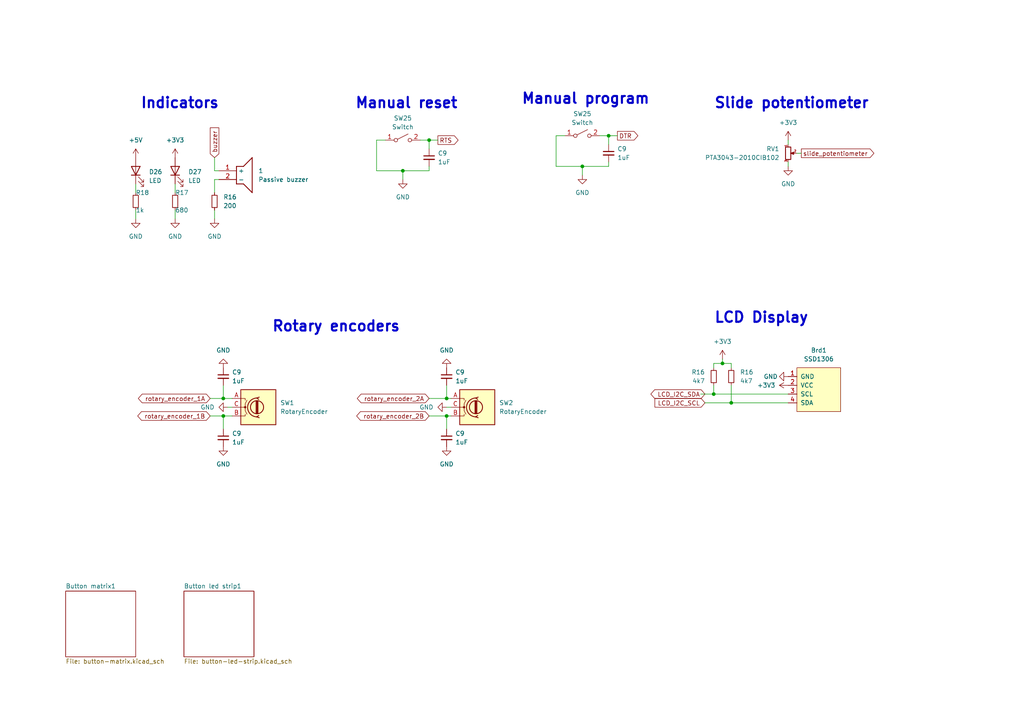
<source format=kicad_sch>
(kicad_sch (version 20230121) (generator eeschema)

  (uuid 213cfd6a-eda5-4618-97f8-68909154498e)

  (paper "A4")

  (title_block
    (title "Keypad board")
    (date "2023-11-15")
    (rev "1.1")
  )

  (lib_symbols
    (symbol "Device:R_Potentiometer_Small" (pin_names (offset 1.016) hide) (in_bom yes) (on_board yes)
      (property "Reference" "RV" (at -4.445 0 90)
        (effects (font (size 1.27 1.27)))
      )
      (property "Value" "R_Potentiometer_Small" (at -2.54 0 90)
        (effects (font (size 1.27 1.27)))
      )
      (property "Footprint" "" (at 0 0 0)
        (effects (font (size 1.27 1.27)) hide)
      )
      (property "Datasheet" "~" (at 0 0 0)
        (effects (font (size 1.27 1.27)) hide)
      )
      (property "ki_keywords" "resistor variable" (at 0 0 0)
        (effects (font (size 1.27 1.27)) hide)
      )
      (property "ki_description" "Potentiometer" (at 0 0 0)
        (effects (font (size 1.27 1.27)) hide)
      )
      (property "ki_fp_filters" "Potentiometer*" (at 0 0 0)
        (effects (font (size 1.27 1.27)) hide)
      )
      (symbol "R_Potentiometer_Small_0_1"
        (polyline
          (pts
            (xy 0.889 0)
            (xy 0.635 0)
            (xy 1.651 0.381)
            (xy 1.651 -0.381)
            (xy 0.635 0)
            (xy 0.889 0)
          )
          (stroke (width 0) (type default))
          (fill (type outline))
        )
        (rectangle (start 0.762 1.8034) (end -0.762 -1.8034)
          (stroke (width 0.254) (type default))
          (fill (type none))
        )
      )
      (symbol "R_Potentiometer_Small_1_1"
        (pin passive line (at 0 2.54 270) (length 0.635)
          (name "1" (effects (font (size 0.635 0.635))))
          (number "1" (effects (font (size 0.635 0.635))))
        )
        (pin passive line (at 2.54 0 180) (length 0.9906)
          (name "2" (effects (font (size 0.635 0.635))))
          (number "2" (effects (font (size 0.635 0.635))))
        )
        (pin passive line (at 0 -2.54 90) (length 0.635)
          (name "3" (effects (font (size 0.635 0.635))))
          (number "3" (effects (font (size 0.635 0.635))))
        )
      )
    )
    (symbol "Device:RotaryEncoder" (pin_names (offset 0.254) hide) (in_bom yes) (on_board yes)
      (property "Reference" "SW" (at 0 6.604 0)
        (effects (font (size 1.27 1.27)))
      )
      (property "Value" "RotaryEncoder" (at 0 -6.604 0)
        (effects (font (size 1.27 1.27)))
      )
      (property "Footprint" "" (at -3.81 4.064 0)
        (effects (font (size 1.27 1.27)) hide)
      )
      (property "Datasheet" "~" (at 0 6.604 0)
        (effects (font (size 1.27 1.27)) hide)
      )
      (property "ki_keywords" "rotary switch encoder" (at 0 0 0)
        (effects (font (size 1.27 1.27)) hide)
      )
      (property "ki_description" "Rotary encoder, dual channel, incremental quadrate outputs" (at 0 0 0)
        (effects (font (size 1.27 1.27)) hide)
      )
      (property "ki_fp_filters" "RotaryEncoder*" (at 0 0 0)
        (effects (font (size 1.27 1.27)) hide)
      )
      (symbol "RotaryEncoder_0_1"
        (rectangle (start -5.08 5.08) (end 5.08 -5.08)
          (stroke (width 0.254) (type default))
          (fill (type background))
        )
        (circle (center -3.81 0) (radius 0.254)
          (stroke (width 0) (type default))
          (fill (type outline))
        )
        (circle (center -0.381 0) (radius 1.905)
          (stroke (width 0.254) (type default))
          (fill (type none))
        )
        (arc (start -0.381 2.667) (mid -3.0988 -0.0635) (end -0.381 -2.794)
          (stroke (width 0.254) (type default))
          (fill (type none))
        )
        (polyline
          (pts
            (xy -0.635 -1.778)
            (xy -0.635 1.778)
          )
          (stroke (width 0.254) (type default))
          (fill (type none))
        )
        (polyline
          (pts
            (xy -0.381 -1.778)
            (xy -0.381 1.778)
          )
          (stroke (width 0.254) (type default))
          (fill (type none))
        )
        (polyline
          (pts
            (xy -0.127 1.778)
            (xy -0.127 -1.778)
          )
          (stroke (width 0.254) (type default))
          (fill (type none))
        )
        (polyline
          (pts
            (xy -5.08 -2.54)
            (xy -3.81 -2.54)
            (xy -3.81 -2.032)
          )
          (stroke (width 0) (type default))
          (fill (type none))
        )
        (polyline
          (pts
            (xy -5.08 2.54)
            (xy -3.81 2.54)
            (xy -3.81 2.032)
          )
          (stroke (width 0) (type default))
          (fill (type none))
        )
        (polyline
          (pts
            (xy 0.254 -3.048)
            (xy -0.508 -2.794)
            (xy 0.127 -2.413)
          )
          (stroke (width 0.254) (type default))
          (fill (type none))
        )
        (polyline
          (pts
            (xy 0.254 2.921)
            (xy -0.508 2.667)
            (xy 0.127 2.286)
          )
          (stroke (width 0.254) (type default))
          (fill (type none))
        )
        (polyline
          (pts
            (xy -5.08 0)
            (xy -3.81 0)
            (xy -3.81 -1.016)
            (xy -3.302 -2.032)
          )
          (stroke (width 0) (type default))
          (fill (type none))
        )
        (polyline
          (pts
            (xy -4.318 0)
            (xy -3.81 0)
            (xy -3.81 1.016)
            (xy -3.302 2.032)
          )
          (stroke (width 0) (type default))
          (fill (type none))
        )
      )
      (symbol "RotaryEncoder_1_1"
        (pin passive line (at -7.62 2.54 0) (length 2.54)
          (name "A" (effects (font (size 1.27 1.27))))
          (number "A" (effects (font (size 1.27 1.27))))
        )
        (pin passive line (at -7.62 -2.54 0) (length 2.54)
          (name "B" (effects (font (size 1.27 1.27))))
          (number "B" (effects (font (size 1.27 1.27))))
        )
        (pin passive line (at -7.62 0 0) (length 2.54)
          (name "C" (effects (font (size 1.27 1.27))))
          (number "C" (effects (font (size 1.27 1.27))))
        )
      )
    )
    (symbol "PUTRocketLab_semiconductors:LED" (pin_numbers hide) (pin_names (offset 1.016) hide) (in_bom yes) (on_board yes)
      (property "Reference" "D" (at 0 2.54 0)
        (effects (font (size 1.27 1.27)))
      )
      (property "Value" "LED" (at 0 -2.54 0)
        (effects (font (size 1.27 1.27)))
      )
      (property "Footprint" "" (at 0 0 0)
        (effects (font (size 1.27 1.27)) hide)
      )
      (property "Datasheet" "~" (at 0 0 0)
        (effects (font (size 1.27 1.27)) hide)
      )
      (property "ki_keywords" "LED diode" (at 0 0 0)
        (effects (font (size 1.27 1.27)) hide)
      )
      (property "ki_description" "Light emitting diode" (at 0 0 0)
        (effects (font (size 1.27 1.27)) hide)
      )
      (property "ki_fp_filters" "LED* LED_SMD:* LED_THT:*" (at 0 0 0)
        (effects (font (size 1.27 1.27)) hide)
      )
      (symbol "LED_0_1"
        (polyline
          (pts
            (xy -1.27 -1.27)
            (xy -1.27 1.27)
          )
          (stroke (width 0.254) (type default))
          (fill (type none))
        )
        (polyline
          (pts
            (xy -1.27 0)
            (xy 1.27 0)
          )
          (stroke (width 0) (type default))
          (fill (type none))
        )
        (polyline
          (pts
            (xy 1.27 -1.27)
            (xy 1.27 1.27)
            (xy -1.27 0)
            (xy 1.27 -1.27)
          )
          (stroke (width 0.254) (type default))
          (fill (type none))
        )
        (polyline
          (pts
            (xy -3.048 -0.762)
            (xy -4.572 -2.286)
            (xy -3.81 -2.286)
            (xy -4.572 -2.286)
            (xy -4.572 -1.524)
          )
          (stroke (width 0) (type default))
          (fill (type none))
        )
        (polyline
          (pts
            (xy -1.778 -0.762)
            (xy -3.302 -2.286)
            (xy -2.54 -2.286)
            (xy -3.302 -2.286)
            (xy -3.302 -1.524)
          )
          (stroke (width 0) (type default))
          (fill (type none))
        )
      )
      (symbol "LED_1_1"
        (pin passive line (at -3.81 0 0) (length 2.54)
          (name "K" (effects (font (size 1.27 1.27))))
          (number "1" (effects (font (size 1.27 1.27))))
        )
        (pin passive line (at 3.81 0 180) (length 2.54)
          (name "A" (effects (font (size 1.27 1.27))))
          (number "2" (effects (font (size 1.27 1.27))))
        )
      )
    )
    (symbol "PUTRocketLab_supply:+3.3V" (power) (pin_names (offset 0)) (in_bom yes) (on_board yes)
      (property "Reference" "#PWR" (at 0 -3.81 0)
        (effects (font (size 1.27 1.27)) hide)
      )
      (property "Value" "+3.3V" (at 0 3.556 0)
        (effects (font (size 1.27 1.27)))
      )
      (property "Footprint" "" (at 0 0 0)
        (effects (font (size 1.27 1.27)) hide)
      )
      (property "Datasheet" "" (at 0 0 0)
        (effects (font (size 1.27 1.27)) hide)
      )
      (property "ki_keywords" "power-flag" (at 0 0 0)
        (effects (font (size 1.27 1.27)) hide)
      )
      (property "ki_description" "Power symbol creates a global label with name \"+3.3V\"" (at 0 0 0)
        (effects (font (size 1.27 1.27)) hide)
      )
      (symbol "+3.3V_0_1"
        (polyline
          (pts
            (xy -0.762 1.27)
            (xy 0 2.54)
          )
          (stroke (width 0) (type default))
          (fill (type none))
        )
        (polyline
          (pts
            (xy 0 0)
            (xy 0 2.54)
          )
          (stroke (width 0) (type default))
          (fill (type none))
        )
        (polyline
          (pts
            (xy 0 2.54)
            (xy 0.762 1.27)
          )
          (stroke (width 0) (type default))
          (fill (type none))
        )
      )
      (symbol "+3.3V_1_1"
        (pin power_in line (at 0 0 90) (length 0) hide
          (name "+3V3" (effects (font (size 1.27 1.27))))
          (number "1" (effects (font (size 1.27 1.27))))
        )
      )
    )
    (symbol "PUTRocketLab_supply:GND" (power) (pin_names (offset 0)) (in_bom yes) (on_board yes)
      (property "Reference" "#PWR" (at 0 -6.35 0)
        (effects (font (size 1.27 1.27)) hide)
      )
      (property "Value" "GND" (at 0 -3.81 0)
        (effects (font (size 1.27 1.27)))
      )
      (property "Footprint" "" (at 0 0 0)
        (effects (font (size 1.27 1.27)) hide)
      )
      (property "Datasheet" "" (at 0 0 0)
        (effects (font (size 1.27 1.27)) hide)
      )
      (property "ki_keywords" "power-flag" (at 0 0 0)
        (effects (font (size 1.27 1.27)) hide)
      )
      (property "ki_description" "Power symbol creates a global label with name \"GND\" , ground" (at 0 0 0)
        (effects (font (size 1.27 1.27)) hide)
      )
      (symbol "GND_0_1"
        (polyline
          (pts
            (xy 0 0)
            (xy 0 -1.27)
            (xy 1.27 -1.27)
            (xy 0 -2.54)
            (xy -1.27 -1.27)
            (xy 0 -1.27)
          )
          (stroke (width 0) (type default))
          (fill (type none))
        )
      )
      (symbol "GND_1_1"
        (pin power_in line (at 0 0 270) (length 0) hide
          (name "GND" (effects (font (size 1.27 1.27))))
          (number "1" (effects (font (size 1.27 1.27))))
        )
      )
    )
    (symbol "PUT_RocketLab_misc:CMI-9605IC-0580T" (in_bom yes) (on_board yes)
      (property "Reference" "?" (at 10.795 2.5401 0)
        (effects (font (size 1.27 1.27)) (justify left))
      )
      (property "Value" "CMI-9605IC-0580T" (at 10.795 0.0001 0)
        (effects (font (size 1.27 1.27)) (justify left))
      )
      (property "Footprint" "" (at 0 0 0)
        (effects (font (size 1.27 1.27)) hide)
      )
      (property "Datasheet" "" (at 0 0 0)
        (effects (font (size 1.27 1.27)) hide)
      )
      (property "Reference_1" "LS" (at 10.795 -2.5399 0)
        (effects (font (size 1.27 1.27)) (justify left) hide)
      )
      (property "Value_1" "CMI-9605IC-0580T" (at 10.795 -5.0799 0)
        (effects (font (size 1.27 1.27)) (justify left) hide)
      )
      (property "Footprint_1" "CMI9605IC0580T" (at 11.43 -102.54 0)
        (effects (font (size 1.27 1.27)) (justify left top) hide)
      )
      (property "Datasheet_1" "2761125Hb" (at 11.43 -202.54 0)
        (effects (font (size 1.27 1.27)) (justify left top) hide)
      )
      (property "Height" "5.5" (at 11.43 -402.54 0)
        (effects (font (size 1.27 1.27)) (justify left top) hide)
      )
      (property "Mouser Part Number" "490-CMI-9605IC-0580T" (at 11.43 -502.54 0)
        (effects (font (size 1.27 1.27)) (justify left top) hide)
      )
      (property "Mouser Price/Stock" "https://www.mouser.co.uk/ProductDetail/CUI-Devices/CMI-9605IC-0580T?qs=OlC7AqGiEDlyVLS7NTulfA%3D%3D" (at 11.43 -602.54 0)
        (effects (font (size 1.27 1.27)) (justify left top) hide)
      )
      (property "Manufacturer_Name" "CUI Devices" (at 11.43 -702.54 0)
        (effects (font (size 1.27 1.27)) (justify left top) hide)
      )
      (property "Manufacturer_Part_Number" "CMI-9605IC-0580T" (at 11.43 -802.54 0)
        (effects (font (size 1.27 1.27)) (justify left top) hide)
      )
      (property "ki_description" "Piezo Buzzers & Audio Indicators buzzer, 9.6 mm x 5 mm deep, M, 5 VDC, 80 dB, Through Hole, Intergrated Circuit Audio Indicator" (at 0 0 0)
        (effects (font (size 1.27 1.27)) hide)
      )
      (symbol "CMI-9605IC-0580T_1_1"
        (polyline
          (pts
            (xy 5.08 1.27)
            (xy 5.08 -3.81)
          )
          (stroke (width 0.254) (type default))
          (fill (type none))
        )
        (polyline
          (pts
            (xy 5.08 1.27)
            (xy 7.112 1.27)
          )
          (stroke (width 0.254) (type default))
          (fill (type none))
        )
        (polyline
          (pts
            (xy 7.112 -3.81)
            (xy 5.08 -3.81)
          )
          (stroke (width 0.254) (type default))
          (fill (type none))
        )
        (polyline
          (pts
            (xy 7.112 -3.81)
            (xy 9.652 -6.35)
          )
          (stroke (width 0.254) (type default))
          (fill (type none))
        )
        (polyline
          (pts
            (xy 9.652 3.81)
            (xy 7.112 1.27)
          )
          (stroke (width 0.254) (type default))
          (fill (type none))
        )
        (polyline
          (pts
            (xy 9.652 3.81)
            (xy 9.652 -6.35)
          )
          (stroke (width 0.254) (type default))
          (fill (type none))
        )
        (pin passive line (at 0 0 0) (length 5.08)
          (name "+" (effects (font (size 1.27 1.27))))
          (number "1" (effects (font (size 1.27 1.27))))
        )
        (pin passive line (at 0 -2.54 0) (length 5.08)
          (name "-" (effects (font (size 1.27 1.27))))
          (number "2" (effects (font (size 1.27 1.27))))
        )
      )
    )
    (symbol "PUT_RocketLab_misc:SSD1306" (pin_names (offset 1.016)) (in_bom yes) (on_board yes)
      (property "Reference" "Brd" (at 0 -3.81 0)
        (effects (font (size 1.27 1.27)))
      )
      (property "Value" "SSD1306" (at 0 -1.27 0)
        (effects (font (size 1.27 1.27)))
      )
      (property "Footprint" "" (at 0 6.35 0)
        (effects (font (size 1.27 1.27)) hide)
      )
      (property "Datasheet" "" (at 0 6.35 0)
        (effects (font (size 1.27 1.27)) hide)
      )
      (property "ki_keywords" "SSD1306" (at 0 0 0)
        (effects (font (size 1.27 1.27)) hide)
      )
      (property "ki_description" "SSD1306 OLED" (at 0 0 0)
        (effects (font (size 1.27 1.27)) hide)
      )
      (property "ki_fp_filters" "SSD1306-128x64_OLED:SSD1306" (at 0 0 0)
        (effects (font (size 1.27 1.27)) hide)
      )
      (symbol "SSD1306_0_1"
        (rectangle (start -6.35 6.35) (end 6.35 -6.35)
          (stroke (width 0) (type solid))
          (fill (type background))
        )
      )
      (symbol "SSD1306_1_1"
        (pin input line (at -3.81 8.89 270) (length 2.54)
          (name "GND" (effects (font (size 1.27 1.27))))
          (number "1" (effects (font (size 1.27 1.27))))
        )
        (pin input line (at -1.27 8.89 270) (length 2.54)
          (name "VCC" (effects (font (size 1.27 1.27))))
          (number "2" (effects (font (size 1.27 1.27))))
        )
        (pin input line (at 1.27 8.89 270) (length 2.54)
          (name "SCL" (effects (font (size 1.27 1.27))))
          (number "3" (effects (font (size 1.27 1.27))))
        )
        (pin input line (at 3.81 8.89 270) (length 2.54)
          (name "SDA" (effects (font (size 1.27 1.27))))
          (number "4" (effects (font (size 1.27 1.27))))
        )
      )
    )
    (symbol "PUT_RocketLab_power:+5V" (power) (pin_names (offset 0)) (in_bom yes) (on_board yes)
      (property "Reference" "#PWR" (at 0 -3.81 0)
        (effects (font (size 1.27 1.27)) hide)
      )
      (property "Value" "+5V" (at 0 3.556 0)
        (effects (font (size 1.27 1.27)))
      )
      (property "Footprint" "" (at 0 0 0)
        (effects (font (size 1.27 1.27)) hide)
      )
      (property "Datasheet" "" (at 0 0 0)
        (effects (font (size 1.27 1.27)) hide)
      )
      (property "ki_keywords" "power-flag" (at 0 0 0)
        (effects (font (size 1.27 1.27)) hide)
      )
      (property "ki_description" "Power symbol creates a global label with name \"+5V\"" (at 0 0 0)
        (effects (font (size 1.27 1.27)) hide)
      )
      (symbol "+5V_0_1"
        (polyline
          (pts
            (xy -0.762 1.27)
            (xy 0 2.54)
          )
          (stroke (width 0) (type default))
          (fill (type none))
        )
        (polyline
          (pts
            (xy 0 0)
            (xy 0 2.54)
          )
          (stroke (width 0) (type default))
          (fill (type none))
        )
        (polyline
          (pts
            (xy 0 2.54)
            (xy 0.762 1.27)
          )
          (stroke (width 0) (type default))
          (fill (type none))
        )
      )
      (symbol "+5V_1_1"
        (pin power_in line (at 0 0 90) (length 0) hide
          (name "+5V" (effects (font (size 1.27 1.27))))
          (number "1" (effects (font (size 1.27 1.27))))
        )
      )
    )
    (symbol "PUT_RocketLab_power:GND" (power) (pin_names (offset 0)) (in_bom yes) (on_board yes)
      (property "Reference" "#PWR" (at 0 -6.35 0)
        (effects (font (size 1.27 1.27)) hide)
      )
      (property "Value" "GND" (at 0 -3.81 0)
        (effects (font (size 1.27 1.27)))
      )
      (property "Footprint" "" (at 0 0 0)
        (effects (font (size 1.27 1.27)) hide)
      )
      (property "Datasheet" "" (at 0 0 0)
        (effects (font (size 1.27 1.27)) hide)
      )
      (property "ki_keywords" "power-flag" (at 0 0 0)
        (effects (font (size 1.27 1.27)) hide)
      )
      (property "ki_description" "Power symbol creates a global label with name \"GND\" , ground" (at 0 0 0)
        (effects (font (size 1.27 1.27)) hide)
      )
      (symbol "GND_0_1"
        (polyline
          (pts
            (xy 0 0)
            (xy 0 -1.27)
            (xy 1.27 -1.27)
            (xy 0 -2.54)
            (xy -1.27 -1.27)
            (xy 0 -1.27)
          )
          (stroke (width 0) (type default))
          (fill (type none))
        )
      )
      (symbol "GND_1_1"
        (pin power_in line (at 0 0 270) (length 0) hide
          (name "GND" (effects (font (size 1.27 1.27))))
          (number "1" (effects (font (size 1.27 1.27))))
        )
      )
    )
    (symbol "PutRocketLab_RCL:C_Small" (pin_numbers hide) (pin_names (offset 0.254) hide) (in_bom yes) (on_board yes)
      (property "Reference" "C" (at 0.254 1.778 0)
        (effects (font (size 1.27 1.27)) (justify left))
      )
      (property "Value" "C_Small" (at 0.254 -2.032 0)
        (effects (font (size 1.27 1.27)) (justify left))
      )
      (property "Footprint" "" (at 0 0 0)
        (effects (font (size 1.27 1.27)) hide)
      )
      (property "Datasheet" "~" (at 0 0 0)
        (effects (font (size 1.27 1.27)) hide)
      )
      (property "ki_keywords" "capacitor cap" (at 0 0 0)
        (effects (font (size 1.27 1.27)) hide)
      )
      (property "ki_description" "Unpolarized capacitor, small symbol" (at 0 0 0)
        (effects (font (size 1.27 1.27)) hide)
      )
      (property "ki_fp_filters" "C_*" (at 0 0 0)
        (effects (font (size 1.27 1.27)) hide)
      )
      (symbol "C_Small_0_1"
        (polyline
          (pts
            (xy -1.524 -0.508)
            (xy 1.524 -0.508)
          )
          (stroke (width 0.3302) (type default))
          (fill (type none))
        )
        (polyline
          (pts
            (xy -1.524 0.508)
            (xy 1.524 0.508)
          )
          (stroke (width 0.3048) (type default))
          (fill (type none))
        )
      )
      (symbol "C_Small_1_1"
        (pin passive line (at 0 2.54 270) (length 2.032)
          (name "~" (effects (font (size 1.27 1.27))))
          (number "1" (effects (font (size 1.27 1.27))))
        )
        (pin passive line (at 0 -2.54 90) (length 2.032)
          (name "~" (effects (font (size 1.27 1.27))))
          (number "2" (effects (font (size 1.27 1.27))))
        )
      )
    )
    (symbol "PutRocketLab_RCL:R_Small" (pin_numbers hide) (pin_names (offset 0.254) hide) (in_bom yes) (on_board yes)
      (property "Reference" "R" (at 0.762 0.508 0)
        (effects (font (size 1.27 1.27)) (justify left))
      )
      (property "Value" "R_Small" (at 0.762 -1.016 0)
        (effects (font (size 1.27 1.27)) (justify left))
      )
      (property "Footprint" "" (at 0 0 0)
        (effects (font (size 1.27 1.27)) hide)
      )
      (property "Datasheet" "~" (at 0 0 0)
        (effects (font (size 1.27 1.27)) hide)
      )
      (property "ki_keywords" "R resistor" (at 0 0 0)
        (effects (font (size 1.27 1.27)) hide)
      )
      (property "ki_description" "Resistor, small symbol" (at 0 0 0)
        (effects (font (size 1.27 1.27)) hide)
      )
      (property "ki_fp_filters" "R_*" (at 0 0 0)
        (effects (font (size 1.27 1.27)) hide)
      )
      (symbol "R_Small_0_1"
        (rectangle (start -0.762 1.778) (end 0.762 -1.778)
          (stroke (width 0.2032) (type default))
          (fill (type none))
        )
      )
      (symbol "R_Small_1_1"
        (pin passive line (at 0 2.54 270) (length 0.762)
          (name "~" (effects (font (size 1.27 1.27))))
          (number "1" (effects (font (size 1.27 1.27))))
        )
        (pin passive line (at 0 -2.54 90) (length 0.762)
          (name "~" (effects (font (size 1.27 1.27))))
          (number "2" (effects (font (size 1.27 1.27))))
        )
      )
    )
    (symbol "Switch:SW_SPST" (pin_names (offset 0) hide) (in_bom yes) (on_board yes)
      (property "Reference" "SW" (at 0 3.175 0)
        (effects (font (size 1.27 1.27)))
      )
      (property "Value" "SW_SPST" (at 0 -2.54 0)
        (effects (font (size 1.27 1.27)))
      )
      (property "Footprint" "" (at 0 0 0)
        (effects (font (size 1.27 1.27)) hide)
      )
      (property "Datasheet" "~" (at 0 0 0)
        (effects (font (size 1.27 1.27)) hide)
      )
      (property "ki_keywords" "switch lever" (at 0 0 0)
        (effects (font (size 1.27 1.27)) hide)
      )
      (property "ki_description" "Single Pole Single Throw (SPST) switch" (at 0 0 0)
        (effects (font (size 1.27 1.27)) hide)
      )
      (symbol "SW_SPST_0_0"
        (circle (center -2.032 0) (radius 0.508)
          (stroke (width 0) (type default))
          (fill (type none))
        )
        (polyline
          (pts
            (xy -1.524 0.254)
            (xy 1.524 1.778)
          )
          (stroke (width 0) (type default))
          (fill (type none))
        )
        (circle (center 2.032 0) (radius 0.508)
          (stroke (width 0) (type default))
          (fill (type none))
        )
      )
      (symbol "SW_SPST_1_1"
        (pin passive line (at -5.08 0 0) (length 2.54)
          (name "A" (effects (font (size 1.27 1.27))))
          (number "1" (effects (font (size 1.27 1.27))))
        )
        (pin passive line (at 5.08 0 180) (length 2.54)
          (name "B" (effects (font (size 1.27 1.27))))
          (number "2" (effects (font (size 1.27 1.27))))
        )
      )
    )
  )

  (junction (at 176.53 39.37) (diameter 0) (color 0 0 0 0)
    (uuid 04a33745-eab6-4bac-a966-186df100fa4b)
  )
  (junction (at 124.46 40.64) (diameter 0) (color 0 0 0 0)
    (uuid 1482d071-8bce-44cd-9de6-c939e45250ea)
  )
  (junction (at 116.84 49.53) (diameter 0) (color 0 0 0 0)
    (uuid 176fe1cf-9971-4585-a225-fc40862747a6)
  )
  (junction (at 212.09 116.84) (diameter 0) (color 0 0 0 0)
    (uuid 1e1faf8f-6f50-4fd5-9548-9e8b29592f79)
  )
  (junction (at 168.91 48.26) (diameter 0) (color 0 0 0 0)
    (uuid 31144168-886f-4a44-9958-ccdc96a22084)
  )
  (junction (at 64.77 120.65) (diameter 0) (color 0 0 0 0)
    (uuid 6a02cb4b-d9a6-48d3-817a-0b27ff30f8b4)
  )
  (junction (at 209.55 105.41) (diameter 0) (color 0 0 0 0)
    (uuid 8eb93e45-c5be-4294-bd4d-95228dde475f)
  )
  (junction (at 129.54 120.65) (diameter 0) (color 0 0 0 0)
    (uuid 96f07369-160b-4128-991e-c913e33fd742)
  )
  (junction (at 129.54 115.57) (diameter 0) (color 0 0 0 0)
    (uuid c83d75e2-b1ff-4d84-b6cc-e36e8ddbfcf8)
  )
  (junction (at 207.01 114.3) (diameter 0) (color 0 0 0 0)
    (uuid d2d9bc79-2490-4189-aae8-aa6a224a95f0)
  )
  (junction (at 64.77 115.57) (diameter 0) (color 0 0 0 0)
    (uuid d37c2d47-100a-441a-b40c-35442f80e3ae)
  )

  (wire (pts (xy 207.01 105.41) (xy 209.55 105.41))
    (stroke (width 0) (type default))
    (uuid 01be502d-1bd0-4174-ae8d-c120a5dfaab8)
  )
  (wire (pts (xy 39.37 60.96) (xy 39.37 63.5))
    (stroke (width 0) (type default))
    (uuid 0417bd99-ae74-4ca4-acb1-50881af96c43)
  )
  (wire (pts (xy 129.54 120.65) (xy 130.81 120.65))
    (stroke (width 0) (type default))
    (uuid 0bb50a3f-34cf-47a3-a4b2-2da271a2c984)
  )
  (wire (pts (xy 124.46 49.53) (xy 124.46 48.26))
    (stroke (width 0) (type default))
    (uuid 163026ae-4617-4474-b086-bbb961ce7590)
  )
  (wire (pts (xy 111.76 40.64) (xy 109.22 40.64))
    (stroke (width 0) (type default))
    (uuid 1c048121-a84e-4e33-b790-a300424bbd29)
  )
  (wire (pts (xy 228.6 40.64) (xy 228.6 41.91))
    (stroke (width 0) (type default))
    (uuid 2616abb5-1844-4e4a-a014-ed69c2cd176e)
  )
  (wire (pts (xy 129.54 111.76) (xy 129.54 115.57))
    (stroke (width 0) (type default))
    (uuid 2ef28f96-4f34-4da2-b44a-c502ea076377)
  )
  (wire (pts (xy 228.6 46.99) (xy 228.6 48.26))
    (stroke (width 0) (type default))
    (uuid 31b9e386-3e34-4426-9e68-bf82364ff078)
  )
  (wire (pts (xy 176.53 39.37) (xy 179.07 39.37))
    (stroke (width 0) (type default))
    (uuid 34c8c45c-ddf3-4b4f-84c0-7ea2d717aef3)
  )
  (wire (pts (xy 62.23 49.53) (xy 62.23 45.72))
    (stroke (width 0) (type default))
    (uuid 375a35eb-2faf-467c-aae1-1fca98f4eedc)
  )
  (wire (pts (xy 50.8 60.96) (xy 50.8 63.5))
    (stroke (width 0) (type default))
    (uuid 37c79b4e-1bf0-4a5c-9399-e845e121799a)
  )
  (wire (pts (xy 60.96 120.65) (xy 64.77 120.65))
    (stroke (width 0) (type default))
    (uuid 48223029-4192-41e2-9b53-db1a1c61a671)
  )
  (wire (pts (xy 203.2 114.3) (xy 207.01 114.3))
    (stroke (width 0) (type default))
    (uuid 4fc8cb31-8505-45ca-9107-66a708767a54)
  )
  (wire (pts (xy 121.92 40.64) (xy 124.46 40.64))
    (stroke (width 0) (type default))
    (uuid 52146e9f-66a5-4859-abc3-53e20a9da4cb)
  )
  (wire (pts (xy 129.54 118.11) (xy 130.81 118.11))
    (stroke (width 0) (type default))
    (uuid 5433db19-ddd6-4613-abf0-b51dbb0f5e09)
  )
  (wire (pts (xy 129.54 120.65) (xy 129.54 124.46))
    (stroke (width 0) (type default))
    (uuid 551e3300-1cc4-4cf0-89b6-d455fbd2134e)
  )
  (wire (pts (xy 39.37 53.34) (xy 39.37 55.88))
    (stroke (width 0) (type default))
    (uuid 5ef065a8-cbb8-433e-8ad3-d8f55ae5eab1)
  )
  (wire (pts (xy 116.84 49.53) (xy 124.46 49.53))
    (stroke (width 0) (type default))
    (uuid 62d38ab0-b40c-4da9-9e55-53a1ed5c54a0)
  )
  (wire (pts (xy 204.47 116.84) (xy 212.09 116.84))
    (stroke (width 0) (type default))
    (uuid 63f17257-3a3a-4a0c-ba15-b8fbd1593c5f)
  )
  (wire (pts (xy 163.83 39.37) (xy 161.29 39.37))
    (stroke (width 0) (type default))
    (uuid 692b4d0c-c598-4c2f-97ba-ccf831a0be63)
  )
  (wire (pts (xy 64.77 120.65) (xy 67.31 120.65))
    (stroke (width 0) (type default))
    (uuid 6c8f436e-74ef-43c9-b837-eef4a88474e3)
  )
  (wire (pts (xy 124.46 40.64) (xy 127 40.64))
    (stroke (width 0) (type default))
    (uuid 6e803194-5ec1-4bd8-b0e8-a3ecb719f2ea)
  )
  (wire (pts (xy 212.09 116.84) (xy 228.6 116.84))
    (stroke (width 0) (type default))
    (uuid 71d7297f-65d5-44d4-ac77-7845b25763be)
  )
  (wire (pts (xy 173.99 39.37) (xy 176.53 39.37))
    (stroke (width 0) (type default))
    (uuid 774e74c6-6b05-41ab-b7a3-c79bae8065c6)
  )
  (wire (pts (xy 168.91 50.8) (xy 168.91 48.26))
    (stroke (width 0) (type default))
    (uuid 787762be-205d-47c6-8d28-72338411fa92)
  )
  (wire (pts (xy 207.01 114.3) (xy 207.01 111.76))
    (stroke (width 0) (type default))
    (uuid 82c56270-6d7d-4a9d-92c1-5bbf9b43e710)
  )
  (wire (pts (xy 62.23 52.07) (xy 63.5 52.07))
    (stroke (width 0) (type default))
    (uuid 85507baf-37c1-4fbd-9a89-c6ea0faffba7)
  )
  (wire (pts (xy 176.53 39.37) (xy 176.53 41.91))
    (stroke (width 0) (type default))
    (uuid 86de0cb6-b822-49d2-9f2a-0d1d56a7d1ee)
  )
  (wire (pts (xy 62.23 60.96) (xy 62.23 63.5))
    (stroke (width 0) (type default))
    (uuid 871508ec-59f9-4fc0-ad33-038e28b0e271)
  )
  (wire (pts (xy 232.41 44.45) (xy 231.14 44.45))
    (stroke (width 0) (type default))
    (uuid 8fb41191-c6d5-481a-9fc0-a0c1052716a6)
  )
  (wire (pts (xy 176.53 48.26) (xy 176.53 46.99))
    (stroke (width 0) (type default))
    (uuid 927f31ab-be21-41dd-8119-2d65536aed25)
  )
  (wire (pts (xy 207.01 114.3) (xy 228.6 114.3))
    (stroke (width 0) (type default))
    (uuid 951c6a96-00ed-458c-8333-c02e0e672bae)
  )
  (wire (pts (xy 64.77 115.57) (xy 67.31 115.57))
    (stroke (width 0) (type default))
    (uuid 9567f19f-b106-4264-aa6e-2b866ff06d88)
  )
  (wire (pts (xy 50.8 53.34) (xy 50.8 55.88))
    (stroke (width 0) (type default))
    (uuid 9d4c4c0d-9603-4f23-845a-c4bb6f18015b)
  )
  (wire (pts (xy 62.23 49.53) (xy 63.5 49.53))
    (stroke (width 0) (type default))
    (uuid a02c660d-7ab9-4cec-a98d-ba5b7fb81b63)
  )
  (wire (pts (xy 161.29 48.26) (xy 168.91 48.26))
    (stroke (width 0) (type default))
    (uuid a4080be8-aa39-420c-8cb4-0a779ba50a26)
  )
  (wire (pts (xy 116.84 52.07) (xy 116.84 49.53))
    (stroke (width 0) (type default))
    (uuid b7130460-9363-41e1-9b2c-a02f20929fef)
  )
  (wire (pts (xy 212.09 116.84) (xy 212.09 111.76))
    (stroke (width 0) (type default))
    (uuid b8a39032-96d7-4483-982c-55e4ae7a6888)
  )
  (wire (pts (xy 64.77 111.76) (xy 64.77 115.57))
    (stroke (width 0) (type default))
    (uuid b9dacfc5-29a3-471b-bd66-f4def312f8fc)
  )
  (wire (pts (xy 109.22 40.64) (xy 109.22 49.53))
    (stroke (width 0) (type default))
    (uuid c33eb670-4bfd-4b86-bdef-62b4a2f88a5b)
  )
  (wire (pts (xy 109.22 49.53) (xy 116.84 49.53))
    (stroke (width 0) (type default))
    (uuid c4babb36-ffd4-476f-9ee5-ac5ffb0b16a2)
  )
  (wire (pts (xy 62.23 55.88) (xy 62.23 52.07))
    (stroke (width 0) (type default))
    (uuid c8bf3ea6-6ed2-40ef-aa16-53d84d60b95c)
  )
  (wire (pts (xy 124.46 120.65) (xy 129.54 120.65))
    (stroke (width 0) (type default))
    (uuid ccff9e5e-8408-41d3-9040-dc885b334431)
  )
  (wire (pts (xy 207.01 106.68) (xy 207.01 105.41))
    (stroke (width 0) (type default))
    (uuid cdce11b1-a034-4390-a238-cbd61f80733c)
  )
  (wire (pts (xy 124.46 115.57) (xy 129.54 115.57))
    (stroke (width 0) (type default))
    (uuid d08dd227-bb6d-49c2-b2a5-2bfbf47e3f68)
  )
  (wire (pts (xy 168.91 48.26) (xy 176.53 48.26))
    (stroke (width 0) (type default))
    (uuid d56c6cea-7de8-4078-a7db-6f3aa45cd020)
  )
  (wire (pts (xy 60.96 115.57) (xy 64.77 115.57))
    (stroke (width 0) (type default))
    (uuid dda02e2d-60b1-4812-a61d-3b85332dd8fb)
  )
  (wire (pts (xy 209.55 105.41) (xy 212.09 105.41))
    (stroke (width 0) (type default))
    (uuid dea78888-2e85-4ed3-95c8-11700cc8bbc6)
  )
  (wire (pts (xy 64.77 120.65) (xy 64.77 124.46))
    (stroke (width 0) (type default))
    (uuid df935a4d-f55f-40cf-884a-bf4d18d78e13)
  )
  (wire (pts (xy 161.29 39.37) (xy 161.29 48.26))
    (stroke (width 0) (type default))
    (uuid e23e8e99-52a7-4ded-8f97-22df0a314cc2)
  )
  (wire (pts (xy 129.54 115.57) (xy 130.81 115.57))
    (stroke (width 0) (type default))
    (uuid e5546957-a6fc-430a-8164-0ccd210759a5)
  )
  (wire (pts (xy 212.09 105.41) (xy 212.09 106.68))
    (stroke (width 0) (type default))
    (uuid e7396392-f743-49a7-ae3d-58784d6a3f04)
  )
  (wire (pts (xy 124.46 40.64) (xy 124.46 43.18))
    (stroke (width 0) (type default))
    (uuid ebeea64a-d29f-4044-983e-4f8514d5240f)
  )
  (wire (pts (xy 66.04 118.11) (xy 67.31 118.11))
    (stroke (width 0) (type default))
    (uuid f3dedb79-dcbc-48b0-9f8b-6ac735640003)
  )
  (wire (pts (xy 209.55 105.41) (xy 209.55 104.14))
    (stroke (width 0) (type default))
    (uuid ff8ba2d7-420c-4d28-842c-0476e176fd34)
  )

  (text "Rotary encoders" (at 78.74 96.52 0)
    (effects (font (size 3 3) bold) (justify left bottom))
    (uuid 361ccb22-65e6-4842-990a-ce71d7ec76ad)
  )
  (text "Slide potentiometer" (at 207.01 31.75 0)
    (effects (font (size 3 3) bold) (justify left bottom))
    (uuid 55bb8d00-0ad0-411a-8d63-efb8e5df2b4d)
  )
  (text "Indicators" (at 40.64 31.75 0)
    (effects (font (size 3 3) (thickness 0.6) bold) (justify left bottom))
    (uuid 8f3218a6-7197-486d-9b23-279465fe75b6)
  )
  (text "Manual reset" (at 102.87 31.75 0)
    (effects (font (size 3 3) (thickness 0.6) bold) (justify left bottom))
    (uuid a846884e-fea4-4ccd-9021-2adb868d0a2a)
  )
  (text "LCD Display" (at 207.01 93.98 0)
    (effects (font (size 3 3) bold) (justify left bottom))
    (uuid ae6d472e-17bf-4116-a535-e42f03378925)
  )
  (text "Manual program" (at 151.13 30.48 0)
    (effects (font (size 3 3) (thickness 0.6) bold) (justify left bottom))
    (uuid c065b82b-bc32-4823-8c27-1d8dff4abe87)
  )

  (global_label "slide_potentiometer" (shape output) (at 232.41 44.45 0) (fields_autoplaced)
    (effects (font (size 1.27 1.27)) (justify left))
    (uuid 035d7ac2-ad7f-4ffa-a75e-b34b94a4e16d)
    (property "Intersheetrefs" "${INTERSHEET_REFS}" (at 254.0217 44.45 0)
      (effects (font (size 1.27 1.27)) (justify left) hide)
    )
  )
  (global_label "LCD_I2C_SDA" (shape bidirectional) (at 204.47 114.3 180) (fields_autoplaced)
    (effects (font (size 1.27 1.27)) (justify right))
    (uuid 274c9368-d1b6-495d-99a5-0ff720dbc3a7)
    (property "Intersheetrefs" "${INTERSHEET_REFS}" (at 188.2178 114.3 0)
      (effects (font (size 1.27 1.27)) (justify right) hide)
    )
  )
  (global_label "rotary_encoder_1A" (shape bidirectional) (at 60.96 115.57 180) (fields_autoplaced)
    (effects (font (size 1.27 1.27)) (justify right))
    (uuid 4d882935-ce3d-4294-ad67-a9fbe05fb7fe)
    (property "Intersheetrefs" "${INTERSHEET_REFS}" (at 39.5675 115.57 0)
      (effects (font (size 1.27 1.27)) (justify right) hide)
    )
  )
  (global_label "rotary_encoder_1B" (shape bidirectional) (at 60.96 120.65 180) (fields_autoplaced)
    (effects (font (size 1.27 1.27)) (justify right))
    (uuid 5ccaa4e9-4278-4a79-a88b-1bc15789bc1e)
    (property "Intersheetrefs" "${INTERSHEET_REFS}" (at 39.3861 120.65 0)
      (effects (font (size 1.27 1.27)) (justify right) hide)
    )
  )
  (global_label "RTS" (shape output) (at 127 40.64 0) (fields_autoplaced)
    (effects (font (size 1.27 1.27)) (justify left))
    (uuid 828949ec-974f-4d3c-98ac-25e2ab4b385a)
    (property "Intersheetrefs" "${INTERSHEET_REFS}" (at 133.4323 40.64 0)
      (effects (font (size 1.27 1.27)) (justify left) hide)
    )
  )
  (global_label "DTR" (shape output) (at 179.07 39.37 0) (fields_autoplaced)
    (effects (font (size 1.27 1.27)) (justify left))
    (uuid 9aa71b5c-445c-4e97-a621-915fcc7d3064)
    (property "Intersheetrefs" "${INTERSHEET_REFS}" (at 185.5628 39.37 0)
      (effects (font (size 1.27 1.27)) (justify left) hide)
    )
  )
  (global_label "rotary_encoder_2B" (shape bidirectional) (at 124.46 120.65 180) (fields_autoplaced)
    (effects (font (size 1.27 1.27)) (justify right))
    (uuid abe322e2-de18-4444-829e-03964bef01dc)
    (property "Intersheetrefs" "${INTERSHEET_REFS}" (at 102.8861 120.65 0)
      (effects (font (size 1.27 1.27)) (justify right) hide)
    )
  )
  (global_label "rotary_encoder_2A" (shape bidirectional) (at 124.46 115.57 180) (fields_autoplaced)
    (effects (font (size 1.27 1.27)) (justify right))
    (uuid b6ed8607-c058-4c0d-be7d-4529b08ec2f2)
    (property "Intersheetrefs" "${INTERSHEET_REFS}" (at 103.0675 115.57 0)
      (effects (font (size 1.27 1.27)) (justify right) hide)
    )
  )
  (global_label "buzzer" (shape input) (at 62.23 45.72 90) (fields_autoplaced)
    (effects (font (size 1.27 1.27)) (justify left))
    (uuid de444b36-d471-4354-b200-dadb6358d304)
    (property "Intersheetrefs" "${INTERSHEET_REFS}" (at 62.23 36.5058 90)
      (effects (font (size 1.27 1.27)) (justify left) hide)
    )
  )
  (global_label "LCD_I2C_SCL" (shape input) (at 204.47 116.84 180) (fields_autoplaced)
    (effects (font (size 1.27 1.27)) (justify right))
    (uuid f29cc81d-0c52-4757-ae52-6ede4f9cd8d3)
    (property "Intersheetrefs" "${INTERSHEET_REFS}" (at 189.3896 116.84 0)
      (effects (font (size 1.27 1.27)) (justify right) hide)
    )
  )

  (symbol (lib_id "PutRocketLab_RCL:C_Small") (at 64.77 127 0) (unit 1)
    (in_bom yes) (on_board yes) (dnp no) (fields_autoplaced)
    (uuid 02163548-068a-4f87-817a-6f8ec3a9d03f)
    (property "Reference" "C9" (at 67.31 125.7363 0)
      (effects (font (size 1.27 1.27)) (justify left))
    )
    (property "Value" "1uF" (at 67.31 128.2763 0)
      (effects (font (size 1.27 1.27)) (justify left))
    )
    (property "Footprint" "Capacitor_SMD:C_0603_1608Metric_Pad1.08x0.95mm_HandSolder" (at 64.77 127 0)
      (effects (font (size 1.27 1.27)) hide)
    )
    (property "Datasheet" "~" (at 64.77 127 0)
      (effects (font (size 1.27 1.27)) hide)
    )
    (pin "1" (uuid d7c8f52d-3d29-49c5-95c2-c29171562e46))
    (pin "2" (uuid fcf0d785-b138-4355-8845-51eae172155f))
    (instances
      (project "keypad"
        (path "/26078c39-1d91-4154-8719-da74cb453e74/8c59234c-4b92-497c-9a92-28fee1185425"
          (reference "C9") (unit 1)
        )
        (path "/26078c39-1d91-4154-8719-da74cb453e74"
          (reference "C9") (unit 1)
        )
        (path "/26078c39-1d91-4154-8719-da74cb453e74/3159a0fd-9cfb-4836-b001-4197fb47d6b2"
          (reference "C12") (unit 1)
        )
      )
    )
  )

  (symbol (lib_id "PUT_RocketLab_power:GND") (at 66.04 118.11 270) (unit 1)
    (in_bom yes) (on_board yes) (dnp no) (fields_autoplaced)
    (uuid 0834118f-2b05-4019-ab13-6f84afb47667)
    (property "Reference" "#PWR029" (at 59.69 118.11 0)
      (effects (font (size 1.27 1.27)) hide)
    )
    (property "Value" "GND" (at 62.23 118.11 90)
      (effects (font (size 1.27 1.27)) (justify right))
    )
    (property "Footprint" "" (at 66.04 118.11 0)
      (effects (font (size 1.27 1.27)) hide)
    )
    (property "Datasheet" "" (at 66.04 118.11 0)
      (effects (font (size 1.27 1.27)) hide)
    )
    (pin "1" (uuid 2c101591-c771-4f84-8ef7-53a8b9bcb4d7))
    (instances
      (project "keypad"
        (path "/26078c39-1d91-4154-8719-da74cb453e74/3159a0fd-9cfb-4836-b001-4197fb47d6b2"
          (reference "#PWR029") (unit 1)
        )
      )
    )
  )

  (symbol (lib_id "PUT_RocketLab_power:GND") (at 116.84 52.07 0) (unit 1)
    (in_bom yes) (on_board yes) (dnp no) (fields_autoplaced)
    (uuid 16c7aac3-207b-4dae-b0c5-69d6f0d124a3)
    (property "Reference" "#PWR042" (at 116.84 58.42 0)
      (effects (font (size 1.27 1.27)) hide)
    )
    (property "Value" "GND" (at 116.84 57.15 0)
      (effects (font (size 1.27 1.27)))
    )
    (property "Footprint" "" (at 116.84 52.07 0)
      (effects (font (size 1.27 1.27)) hide)
    )
    (property "Datasheet" "" (at 116.84 52.07 0)
      (effects (font (size 1.27 1.27)) hide)
    )
    (pin "1" (uuid 11968f27-c906-44ed-aa0a-6d8f26145635))
    (instances
      (project "keypad"
        (path "/26078c39-1d91-4154-8719-da74cb453e74"
          (reference "#PWR042") (unit 1)
        )
        (path "/26078c39-1d91-4154-8719-da74cb453e74/8c59234c-4b92-497c-9a92-28fee1185425"
          (reference "#PWR042") (unit 1)
        )
        (path "/26078c39-1d91-4154-8719-da74cb453e74/3159a0fd-9cfb-4836-b001-4197fb47d6b2"
          (reference "#PWR042") (unit 1)
        )
      )
    )
  )

  (symbol (lib_id "PUT_RocketLab_misc:SSD1306") (at 237.49 113.03 90) (mirror x) (unit 1)
    (in_bom yes) (on_board yes) (dnp no)
    (uuid 18387de3-b11f-44b8-99d7-472fa6cb7f74)
    (property "Reference" "Brd1" (at 237.49 101.6 90)
      (effects (font (size 1.27 1.27)))
    )
    (property "Value" "SSD1306" (at 237.49 104.14 90)
      (effects (font (size 1.27 1.27)))
    )
    (property "Footprint" "PUT_RocketLab_other:128x64OLED_V2" (at 231.14 113.03 0)
      (effects (font (size 1.27 1.27)) hide)
    )
    (property "Datasheet" "" (at 231.14 113.03 0)
      (effects (font (size 1.27 1.27)) hide)
    )
    (pin "1" (uuid 36bd8ac1-0448-40dc-9036-7f09c4ab97a7))
    (pin "2" (uuid fa1029a2-f8d7-44f2-b410-9e47b68f505c))
    (pin "3" (uuid 2963c6df-21ce-4460-9002-7f7bd71b2680))
    (pin "4" (uuid fa8263d8-4623-4b93-8dbd-8a6b1ffb42be))
    (instances
      (project "keypad"
        (path "/26078c39-1d91-4154-8719-da74cb453e74/3159a0fd-9cfb-4836-b001-4197fb47d6b2"
          (reference "Brd1") (unit 1)
        )
      )
    )
  )

  (symbol (lib_id "PUTRocketLab_supply:GND") (at 39.37 63.5 0) (unit 1)
    (in_bom yes) (on_board yes) (dnp no) (fields_autoplaced)
    (uuid 1bff33ca-6fd9-4133-a1f6-e91fbb8fdf54)
    (property "Reference" "#PWR052" (at 39.37 69.85 0)
      (effects (font (size 1.27 1.27)) hide)
    )
    (property "Value" "GND" (at 39.37 68.58 0)
      (effects (font (size 1.27 1.27)))
    )
    (property "Footprint" "" (at 39.37 63.5 0)
      (effects (font (size 1.27 1.27)) hide)
    )
    (property "Datasheet" "" (at 39.37 63.5 0)
      (effects (font (size 1.27 1.27)) hide)
    )
    (pin "1" (uuid 9cc5ceec-698d-4c63-b1b9-e4622378ba01))
    (instances
      (project "keypad"
        (path "/26078c39-1d91-4154-8719-da74cb453e74"
          (reference "#PWR052") (unit 1)
        )
        (path "/26078c39-1d91-4154-8719-da74cb453e74/3159a0fd-9cfb-4836-b001-4197fb47d6b2"
          (reference "#PWR050") (unit 1)
        )
      )
    )
  )

  (symbol (lib_id "PUTRocketLab_supply:GND") (at 228.6 48.26 0) (unit 1)
    (in_bom yes) (on_board yes) (dnp no) (fields_autoplaced)
    (uuid 20bd505c-adb5-4eef-a08c-4d519171c5dc)
    (property "Reference" "#PWR053" (at 228.6 54.61 0)
      (effects (font (size 1.27 1.27)) hide)
    )
    (property "Value" "GND" (at 228.6 53.34 0)
      (effects (font (size 1.27 1.27)))
    )
    (property "Footprint" "" (at 228.6 48.26 0)
      (effects (font (size 1.27 1.27)) hide)
    )
    (property "Datasheet" "" (at 228.6 48.26 0)
      (effects (font (size 1.27 1.27)) hide)
    )
    (pin "1" (uuid 7ee355b9-2723-4197-bf80-3b1995703dc4))
    (instances
      (project "keypad"
        (path "/26078c39-1d91-4154-8719-da74cb453e74"
          (reference "#PWR053") (unit 1)
        )
        (path "/26078c39-1d91-4154-8719-da74cb453e74/3159a0fd-9cfb-4836-b001-4197fb47d6b2"
          (reference "#PWR054") (unit 1)
        )
      )
    )
  )

  (symbol (lib_id "PutRocketLab_RCL:C_Small") (at 124.46 45.72 0) (unit 1)
    (in_bom yes) (on_board yes) (dnp no) (fields_autoplaced)
    (uuid 234ec7b3-57fa-4491-8379-2a271dee7340)
    (property "Reference" "C9" (at 127 44.4563 0)
      (effects (font (size 1.27 1.27)) (justify left))
    )
    (property "Value" "1uF" (at 127 46.9963 0)
      (effects (font (size 1.27 1.27)) (justify left))
    )
    (property "Footprint" "Capacitor_SMD:C_0603_1608Metric_Pad1.08x0.95mm_HandSolder" (at 124.46 45.72 0)
      (effects (font (size 1.27 1.27)) hide)
    )
    (property "Datasheet" "~" (at 124.46 45.72 0)
      (effects (font (size 1.27 1.27)) hide)
    )
    (pin "1" (uuid a4ca5375-0830-499c-95eb-efbf67c7b1f4))
    (pin "2" (uuid ee814ebc-d6af-4500-b8f9-844bead18e7c))
    (instances
      (project "keypad"
        (path "/26078c39-1d91-4154-8719-da74cb453e74/8c59234c-4b92-497c-9a92-28fee1185425"
          (reference "C9") (unit 1)
        )
        (path "/26078c39-1d91-4154-8719-da74cb453e74"
          (reference "C9") (unit 1)
        )
        (path "/26078c39-1d91-4154-8719-da74cb453e74/3159a0fd-9cfb-4836-b001-4197fb47d6b2"
          (reference "C9") (unit 1)
        )
      )
    )
  )

  (symbol (lib_id "PutRocketLab_RCL:C_Small") (at 129.54 109.22 0) (unit 1)
    (in_bom yes) (on_board yes) (dnp no) (fields_autoplaced)
    (uuid 24ce264f-ee08-486b-a307-9b7b1873224f)
    (property "Reference" "C9" (at 132.08 107.9563 0)
      (effects (font (size 1.27 1.27)) (justify left))
    )
    (property "Value" "1uF" (at 132.08 110.4963 0)
      (effects (font (size 1.27 1.27)) (justify left))
    )
    (property "Footprint" "Capacitor_SMD:C_0603_1608Metric_Pad1.08x0.95mm_HandSolder" (at 129.54 109.22 0)
      (effects (font (size 1.27 1.27)) hide)
    )
    (property "Datasheet" "~" (at 129.54 109.22 0)
      (effects (font (size 1.27 1.27)) hide)
    )
    (pin "1" (uuid fc44159b-ff3d-4617-9871-b7ec473c42d2))
    (pin "2" (uuid fa4cd3a8-eb7c-4025-b329-87a50328a0f9))
    (instances
      (project "keypad"
        (path "/26078c39-1d91-4154-8719-da74cb453e74/8c59234c-4b92-497c-9a92-28fee1185425"
          (reference "C9") (unit 1)
        )
        (path "/26078c39-1d91-4154-8719-da74cb453e74"
          (reference "C9") (unit 1)
        )
        (path "/26078c39-1d91-4154-8719-da74cb453e74/3159a0fd-9cfb-4836-b001-4197fb47d6b2"
          (reference "C13") (unit 1)
        )
      )
    )
  )

  (symbol (lib_id "PutRocketLab_RCL:R_Small") (at 39.37 58.42 0) (unit 1)
    (in_bom yes) (on_board yes) (dnp no)
    (uuid 27beaf80-8046-45df-a48c-bdf28e13c823)
    (property "Reference" "R18" (at 39.37 55.88 0)
      (effects (font (size 1.27 1.27)) (justify left))
    )
    (property "Value" "1k" (at 39.37 60.96 0)
      (effects (font (size 1.27 1.27)) (justify left))
    )
    (property "Footprint" "Resistor_SMD:R_0603_1608Metric" (at 39.37 58.42 0)
      (effects (font (size 1.27 1.27)) hide)
    )
    (property "Datasheet" "~" (at 39.37 58.42 0)
      (effects (font (size 1.27 1.27)) hide)
    )
    (pin "1" (uuid fba7e18a-9605-4642-b6cb-706e406437c4))
    (pin "2" (uuid 65c37e2d-43a8-4f7b-a53b-a4d5ea812399))
    (instances
      (project "keypad"
        (path "/26078c39-1d91-4154-8719-da74cb453e74"
          (reference "R18") (unit 1)
        )
        (path "/26078c39-1d91-4154-8719-da74cb453e74/3159a0fd-9cfb-4836-b001-4197fb47d6b2"
          (reference "R17") (unit 1)
        )
      )
    )
  )

  (symbol (lib_id "PUT_RocketLab_power:GND") (at 129.54 129.54 0) (unit 1)
    (in_bom yes) (on_board yes) (dnp no) (fields_autoplaced)
    (uuid 35d21df2-01aa-40ad-ae11-fea7d81fa43f)
    (property "Reference" "#PWR031" (at 129.54 135.89 0)
      (effects (font (size 1.27 1.27)) hide)
    )
    (property "Value" "GND" (at 129.54 134.62 0)
      (effects (font (size 1.27 1.27)))
    )
    (property "Footprint" "" (at 129.54 129.54 0)
      (effects (font (size 1.27 1.27)) hide)
    )
    (property "Datasheet" "" (at 129.54 129.54 0)
      (effects (font (size 1.27 1.27)) hide)
    )
    (pin "1" (uuid 27a36839-3c19-4c85-840d-0bcac6f6c519))
    (instances
      (project "keypad"
        (path "/26078c39-1d91-4154-8719-da74cb453e74/3159a0fd-9cfb-4836-b001-4197fb47d6b2"
          (reference "#PWR031") (unit 1)
        )
      )
    )
  )

  (symbol (lib_id "PUTRocketLab_supply:+3.3V") (at 228.6 111.76 90) (unit 1)
    (in_bom yes) (on_board yes) (dnp no)
    (uuid 36d57bbb-a27d-4d34-88af-25c91a44eb81)
    (property "Reference" "#PWR051" (at 232.41 111.76 0)
      (effects (font (size 1.27 1.27)) hide)
    )
    (property "Value" "+3.3V" (at 222.25 111.76 90)
      (effects (font (size 1.27 1.27)))
    )
    (property "Footprint" "" (at 228.6 111.76 0)
      (effects (font (size 1.27 1.27)) hide)
    )
    (property "Datasheet" "" (at 228.6 111.76 0)
      (effects (font (size 1.27 1.27)) hide)
    )
    (pin "1" (uuid 61d5b1d6-6b25-4021-a2e2-177cd453961d))
    (instances
      (project "keypad"
        (path "/26078c39-1d91-4154-8719-da74cb453e74"
          (reference "#PWR051") (unit 1)
        )
        (path "/26078c39-1d91-4154-8719-da74cb453e74/3159a0fd-9cfb-4836-b001-4197fb47d6b2"
          (reference "#PWR035") (unit 1)
        )
      )
    )
  )

  (symbol (lib_id "PUTRocketLab_semiconductors:LED") (at 50.8 49.53 90) (unit 1)
    (in_bom yes) (on_board yes) (dnp no) (fields_autoplaced)
    (uuid 39c06fb8-d621-445a-b786-ac1649d2d260)
    (property "Reference" "D27" (at 54.61 49.8475 90)
      (effects (font (size 1.27 1.27)) (justify right))
    )
    (property "Value" "LED" (at 54.61 52.3875 90)
      (effects (font (size 1.27 1.27)) (justify right))
    )
    (property "Footprint" "LED_SMD:LED_0805_2012Metric_Pad1.15x1.40mm_HandSolder" (at 50.8 49.53 0)
      (effects (font (size 1.27 1.27)) hide)
    )
    (property "Datasheet" "~" (at 50.8 49.53 0)
      (effects (font (size 1.27 1.27)) hide)
    )
    (pin "1" (uuid 7eba8fb1-09a7-4932-b573-5cab3c8ebb74))
    (pin "2" (uuid 7d71dfbd-6cfa-42b9-832d-f0e0f6a630e3))
    (instances
      (project "keypad"
        (path "/26078c39-1d91-4154-8719-da74cb453e74"
          (reference "D27") (unit 1)
        )
        (path "/26078c39-1d91-4154-8719-da74cb453e74/3159a0fd-9cfb-4836-b001-4197fb47d6b2"
          (reference "D27") (unit 1)
        )
      )
    )
  )

  (symbol (lib_id "PUT_RocketLab_power:+5V") (at 39.37 45.72 0) (unit 1)
    (in_bom yes) (on_board yes) (dnp no) (fields_autoplaced)
    (uuid 3e489138-dc55-4a62-9f13-6aa8fd5deb86)
    (property "Reference" "#PWR050" (at 39.37 49.53 0)
      (effects (font (size 1.27 1.27)) hide)
    )
    (property "Value" "+5V" (at 39.37 40.64 0)
      (effects (font (size 1.27 1.27)))
    )
    (property "Footprint" "" (at 39.37 45.72 0)
      (effects (font (size 1.27 1.27)) hide)
    )
    (property "Datasheet" "" (at 39.37 45.72 0)
      (effects (font (size 1.27 1.27)) hide)
    )
    (pin "1" (uuid bf86d506-7291-42d6-8ec2-7062dbeda184))
    (instances
      (project "keypad"
        (path "/26078c39-1d91-4154-8719-da74cb453e74"
          (reference "#PWR050") (unit 1)
        )
        (path "/26078c39-1d91-4154-8719-da74cb453e74/3159a0fd-9cfb-4836-b001-4197fb47d6b2"
          (reference "#PWR049") (unit 1)
        )
      )
    )
  )

  (symbol (lib_id "PUT_RocketLab_misc:CMI-9605IC-0580T") (at 63.5 49.53 0) (unit 1)
    (in_bom yes) (on_board yes) (dnp no) (fields_autoplaced)
    (uuid 3f418575-7ef4-4c5c-8970-ac62e20edb86)
    (property "Reference" "1" (at 74.93 49.53 0)
      (effects (font (size 1.27 1.27)) (justify left))
    )
    (property "Value" "Passive buzzer" (at 74.93 52.07 0)
      (effects (font (size 1.27 1.27)) (justify left))
    )
    (property "Footprint" "PUT_RocketLab_other:CMI9605IC0580T" (at 63.5 49.53 0)
      (effects (font (size 1.27 1.27)) hide)
    )
    (property "Datasheet" "https://www.mouser.pl/datasheet/2/281/PKM13EPYH4002_B0-792853.pdf" (at 63.5 49.53 0)
      (effects (font (size 1.27 1.27)) hide)
    )
    (property "Reference_1" "LS" (at 74.295 52.0699 0)
      (effects (font (size 1.27 1.27)) (justify left) hide)
    )
    (property "Value_1" "CMI-9605IC-0580T" (at 74.295 54.6099 0)
      (effects (font (size 1.27 1.27)) (justify left) hide)
    )
    (property "Footprint_1" "CMI9605IC0580T" (at 74.93 152.07 0)
      (effects (font (size 1.27 1.27)) (justify left top) hide)
    )
    (property "Datasheet_1" "2761125Hb" (at 74.93 252.07 0)
      (effects (font (size 1.27 1.27)) (justify left top) hide)
    )
    (property "Height" "5.5" (at 74.93 452.07 0)
      (effects (font (size 1.27 1.27)) (justify left top) hide)
    )
    (property "Mouser Part Number" "490-CMI-9605IC-0580T" (at 74.93 552.07 0)
      (effects (font (size 1.27 1.27)) (justify left top) hide)
    )
    (property "Mouser Price/Stock" "https://www.mouser.co.uk/ProductDetail/CUI-Devices/CMI-9605IC-0580T?qs=OlC7AqGiEDlyVLS7NTulfA%3D%3D" (at 74.93 652.07 0)
      (effects (font (size 1.27 1.27)) (justify left top) hide)
    )
    (property "Manufacturer_Name" "CUI Devices" (at 74.93 752.07 0)
      (effects (font (size 1.27 1.27)) (justify left top) hide)
    )
    (property "Manufacturer_Part_Number" "CMI-9605IC-0580T" (at 74.93 852.07 0)
      (effects (font (size 1.27 1.27)) (justify left top) hide)
    )
    (pin "1" (uuid 05c4cd33-218a-4031-8e9f-144b97c54c1b))
    (pin "2" (uuid 168ad320-bcf0-4cfb-95ac-6dc25b172586))
    (instances
      (project "keypad"
        (path "/26078c39-1d91-4154-8719-da74cb453e74"
          (reference "1") (unit 1)
        )
        (path "/26078c39-1d91-4154-8719-da74cb453e74/3159a0fd-9cfb-4836-b001-4197fb47d6b2"
          (reference "B1") (unit 1)
        )
      )
    )
  )

  (symbol (lib_id "PutRocketLab_RCL:C_Small") (at 64.77 109.22 0) (unit 1)
    (in_bom yes) (on_board yes) (dnp no) (fields_autoplaced)
    (uuid 40a74061-630d-46cd-b330-d324c58d958b)
    (property "Reference" "C9" (at 67.31 107.9563 0)
      (effects (font (size 1.27 1.27)) (justify left))
    )
    (property "Value" "1uF" (at 67.31 110.4963 0)
      (effects (font (size 1.27 1.27)) (justify left))
    )
    (property "Footprint" "Capacitor_SMD:C_0603_1608Metric_Pad1.08x0.95mm_HandSolder" (at 64.77 109.22 0)
      (effects (font (size 1.27 1.27)) hide)
    )
    (property "Datasheet" "~" (at 64.77 109.22 0)
      (effects (font (size 1.27 1.27)) hide)
    )
    (pin "1" (uuid bfc483d6-2c7d-4cf9-88ce-d0fe7716c853))
    (pin "2" (uuid c84fd794-ab5d-485c-bb7c-5239e7449e27))
    (instances
      (project "keypad"
        (path "/26078c39-1d91-4154-8719-da74cb453e74/8c59234c-4b92-497c-9a92-28fee1185425"
          (reference "C9") (unit 1)
        )
        (path "/26078c39-1d91-4154-8719-da74cb453e74"
          (reference "C9") (unit 1)
        )
        (path "/26078c39-1d91-4154-8719-da74cb453e74/3159a0fd-9cfb-4836-b001-4197fb47d6b2"
          (reference "C11") (unit 1)
        )
      )
    )
  )

  (symbol (lib_id "PutRocketLab_RCL:R_Small") (at 62.23 58.42 0) (unit 1)
    (in_bom yes) (on_board yes) (dnp no) (fields_autoplaced)
    (uuid 47fb7eca-996f-4e17-9e84-96fd76f586a9)
    (property "Reference" "R16" (at 64.77 57.15 0)
      (effects (font (size 1.27 1.27)) (justify left))
    )
    (property "Value" "200" (at 64.77 59.69 0)
      (effects (font (size 1.27 1.27)) (justify left))
    )
    (property "Footprint" "Resistor_SMD:R_0603_1608Metric" (at 62.23 58.42 0)
      (effects (font (size 1.27 1.27)) hide)
    )
    (property "Datasheet" "~" (at 62.23 58.42 0)
      (effects (font (size 1.27 1.27)) hide)
    )
    (pin "1" (uuid 2ad8d393-1e37-45e6-b4f1-cd59167a1ea4))
    (pin "2" (uuid 36be0960-afe9-4be7-9c70-cf679ab166ba))
    (instances
      (project "keypad"
        (path "/26078c39-1d91-4154-8719-da74cb453e74"
          (reference "R16") (unit 1)
        )
        (path "/26078c39-1d91-4154-8719-da74cb453e74/3159a0fd-9cfb-4836-b001-4197fb47d6b2"
          (reference "R19") (unit 1)
        )
      )
    )
  )

  (symbol (lib_id "PUT_RocketLab_power:GND") (at 168.91 50.8 0) (unit 1)
    (in_bom yes) (on_board yes) (dnp no) (fields_autoplaced)
    (uuid 495546c1-b7c6-4803-ba3a-1eba1448c351)
    (property "Reference" "#PWR042" (at 168.91 57.15 0)
      (effects (font (size 1.27 1.27)) hide)
    )
    (property "Value" "GND" (at 168.91 55.88 0)
      (effects (font (size 1.27 1.27)))
    )
    (property "Footprint" "" (at 168.91 50.8 0)
      (effects (font (size 1.27 1.27)) hide)
    )
    (property "Datasheet" "" (at 168.91 50.8 0)
      (effects (font (size 1.27 1.27)) hide)
    )
    (pin "1" (uuid 55470078-0b9c-4d69-8731-91f7840013e9))
    (instances
      (project "keypad"
        (path "/26078c39-1d91-4154-8719-da74cb453e74"
          (reference "#PWR042") (unit 1)
        )
        (path "/26078c39-1d91-4154-8719-da74cb453e74/8c59234c-4b92-497c-9a92-28fee1185425"
          (reference "#PWR042") (unit 1)
        )
        (path "/26078c39-1d91-4154-8719-da74cb453e74/3159a0fd-9cfb-4836-b001-4197fb47d6b2"
          (reference "#PWR072") (unit 1)
        )
      )
    )
  )

  (symbol (lib_id "PutRocketLab_RCL:R_Small") (at 50.8 58.42 0) (unit 1)
    (in_bom yes) (on_board yes) (dnp no)
    (uuid 4fdcc410-8fbd-46dd-9231-0077efd2e627)
    (property "Reference" "R17" (at 50.8 55.88 0)
      (effects (font (size 1.27 1.27)) (justify left))
    )
    (property "Value" "680" (at 50.8 60.96 0)
      (effects (font (size 1.27 1.27)) (justify left))
    )
    (property "Footprint" "Resistor_SMD:R_0805_2012Metric" (at 50.8 58.42 0)
      (effects (font (size 1.27 1.27)) hide)
    )
    (property "Datasheet" "~" (at 50.8 58.42 0)
      (effects (font (size 1.27 1.27)) hide)
    )
    (pin "1" (uuid 9815c3d4-ab76-45fd-af0c-fb1abedf2626))
    (pin "2" (uuid ebcfd8ad-e391-4308-bdc6-b8d96cb03ce4))
    (instances
      (project "keypad"
        (path "/26078c39-1d91-4154-8719-da74cb453e74"
          (reference "R17") (unit 1)
        )
        (path "/26078c39-1d91-4154-8719-da74cb453e74/3159a0fd-9cfb-4836-b001-4197fb47d6b2"
          (reference "R18") (unit 1)
        )
      )
    )
  )

  (symbol (lib_id "PUTRocketLab_supply:+3.3V") (at 50.8 45.72 0) (unit 1)
    (in_bom yes) (on_board yes) (dnp no)
    (uuid 5a583466-217a-42e9-bfa4-f3a5a8ac7838)
    (property "Reference" "#PWR051" (at 50.8 49.53 0)
      (effects (font (size 1.27 1.27)) hide)
    )
    (property "Value" "+3.3V" (at 50.8 40.64 0)
      (effects (font (size 1.27 1.27)))
    )
    (property "Footprint" "" (at 50.8 45.72 0)
      (effects (font (size 1.27 1.27)) hide)
    )
    (property "Datasheet" "" (at 50.8 45.72 0)
      (effects (font (size 1.27 1.27)) hide)
    )
    (pin "1" (uuid 19374829-434e-46d7-aebc-fa487e64b0a1))
    (instances
      (project "keypad"
        (path "/26078c39-1d91-4154-8719-da74cb453e74"
          (reference "#PWR051") (unit 1)
        )
        (path "/26078c39-1d91-4154-8719-da74cb453e74/3159a0fd-9cfb-4836-b001-4197fb47d6b2"
          (reference "#PWR051") (unit 1)
        )
      )
    )
  )

  (symbol (lib_id "PutRocketLab_RCL:C_Small") (at 176.53 44.45 0) (unit 1)
    (in_bom yes) (on_board yes) (dnp no) (fields_autoplaced)
    (uuid 5c098240-01cc-432d-871f-92f0c788b422)
    (property "Reference" "C9" (at 179.07 43.1863 0)
      (effects (font (size 1.27 1.27)) (justify left))
    )
    (property "Value" "1uF" (at 179.07 45.7263 0)
      (effects (font (size 1.27 1.27)) (justify left))
    )
    (property "Footprint" "Capacitor_SMD:C_0603_1608Metric_Pad1.08x0.95mm_HandSolder" (at 176.53 44.45 0)
      (effects (font (size 1.27 1.27)) hide)
    )
    (property "Datasheet" "~" (at 176.53 44.45 0)
      (effects (font (size 1.27 1.27)) hide)
    )
    (pin "1" (uuid 564229fa-809c-4625-941c-6e6bcaf0424a))
    (pin "2" (uuid fcdc5c91-6f45-4883-8541-1fd54a8b5b59))
    (instances
      (project "keypad"
        (path "/26078c39-1d91-4154-8719-da74cb453e74/8c59234c-4b92-497c-9a92-28fee1185425"
          (reference "C9") (unit 1)
        )
        (path "/26078c39-1d91-4154-8719-da74cb453e74"
          (reference "C9") (unit 1)
        )
        (path "/26078c39-1d91-4154-8719-da74cb453e74/3159a0fd-9cfb-4836-b001-4197fb47d6b2"
          (reference "C21") (unit 1)
        )
      )
    )
  )

  (symbol (lib_id "PutRocketLab_RCL:R_Small") (at 212.09 109.22 0) (unit 1)
    (in_bom yes) (on_board yes) (dnp no) (fields_autoplaced)
    (uuid 5e43abcf-742c-45cb-84c6-e3f15a44cbe4)
    (property "Reference" "R16" (at 214.63 107.95 0)
      (effects (font (size 1.27 1.27)) (justify left))
    )
    (property "Value" "4k7" (at 214.63 110.49 0)
      (effects (font (size 1.27 1.27)) (justify left))
    )
    (property "Footprint" "Resistor_SMD:R_0603_1608Metric" (at 212.09 109.22 0)
      (effects (font (size 1.27 1.27)) hide)
    )
    (property "Datasheet" "~" (at 212.09 109.22 0)
      (effects (font (size 1.27 1.27)) hide)
    )
    (pin "1" (uuid 823f9537-e0b4-4b68-bdb5-2a97cf35faf9))
    (pin "2" (uuid e2111d40-02c8-4816-9e8e-4e42183c68fb))
    (instances
      (project "keypad"
        (path "/26078c39-1d91-4154-8719-da74cb453e74"
          (reference "R16") (unit 1)
        )
        (path "/26078c39-1d91-4154-8719-da74cb453e74/3159a0fd-9cfb-4836-b001-4197fb47d6b2"
          (reference "R21") (unit 1)
        )
      )
    )
  )

  (symbol (lib_id "PUTRocketLab_supply:GND") (at 62.23 63.5 0) (unit 1)
    (in_bom yes) (on_board yes) (dnp no) (fields_autoplaced)
    (uuid 66e3091f-df30-47c2-8e92-e487fc6a5be0)
    (property "Reference" "#PWR049" (at 62.23 69.85 0)
      (effects (font (size 1.27 1.27)) hide)
    )
    (property "Value" "GND" (at 62.23 68.58 0)
      (effects (font (size 1.27 1.27)))
    )
    (property "Footprint" "" (at 62.23 63.5 0)
      (effects (font (size 1.27 1.27)) hide)
    )
    (property "Datasheet" "" (at 62.23 63.5 0)
      (effects (font (size 1.27 1.27)) hide)
    )
    (pin "1" (uuid 903aa0ea-7031-4dc8-bbfe-4d6d419be02f))
    (instances
      (project "keypad"
        (path "/26078c39-1d91-4154-8719-da74cb453e74"
          (reference "#PWR049") (unit 1)
        )
        (path "/26078c39-1d91-4154-8719-da74cb453e74/3159a0fd-9cfb-4836-b001-4197fb47d6b2"
          (reference "#PWR053") (unit 1)
        )
      )
    )
  )

  (symbol (lib_id "PUTRocketLab_supply:GND") (at 50.8 63.5 0) (unit 1)
    (in_bom yes) (on_board yes) (dnp no) (fields_autoplaced)
    (uuid 708a37dd-5e4e-41bf-a1ec-7c7cb3ae4697)
    (property "Reference" "#PWR053" (at 50.8 69.85 0)
      (effects (font (size 1.27 1.27)) hide)
    )
    (property "Value" "GND" (at 50.8 68.58 0)
      (effects (font (size 1.27 1.27)))
    )
    (property "Footprint" "" (at 50.8 63.5 0)
      (effects (font (size 1.27 1.27)) hide)
    )
    (property "Datasheet" "" (at 50.8 63.5 0)
      (effects (font (size 1.27 1.27)) hide)
    )
    (pin "1" (uuid 6d80d0b2-8c75-4135-a1cb-1844fb762f16))
    (instances
      (project "keypad"
        (path "/26078c39-1d91-4154-8719-da74cb453e74"
          (reference "#PWR053") (unit 1)
        )
        (path "/26078c39-1d91-4154-8719-da74cb453e74/3159a0fd-9cfb-4836-b001-4197fb47d6b2"
          (reference "#PWR052") (unit 1)
        )
      )
    )
  )

  (symbol (lib_id "Switch:SW_SPST") (at 116.84 40.64 0) (unit 1)
    (in_bom yes) (on_board yes) (dnp no) (fields_autoplaced)
    (uuid 71448762-4092-43b3-a1d0-900383d214c5)
    (property "Reference" "SW25" (at 116.84 34.29 0)
      (effects (font (size 1.27 1.27)))
    )
    (property "Value" "Switch" (at 116.84 36.83 0)
      (effects (font (size 1.27 1.27)))
    )
    (property "Footprint" "Button_Switch_THT:SW_PUSH_6mm" (at 116.84 40.64 0)
      (effects (font (size 1.27 1.27)) hide)
    )
    (property "Datasheet" "~" (at 116.84 40.64 0)
      (effects (font (size 1.27 1.27)) hide)
    )
    (pin "1" (uuid f3b9c36f-3821-41e4-9906-f8c39b1a1c6e))
    (pin "2" (uuid 537bd4c9-fb8a-47dd-b579-249e91033948))
    (instances
      (project "keypad"
        (path "/26078c39-1d91-4154-8719-da74cb453e74/8c59234c-4b92-497c-9a92-28fee1185425"
          (reference "SW25") (unit 1)
        )
        (path "/26078c39-1d91-4154-8719-da74cb453e74"
          (reference "SW25") (unit 1)
        )
        (path "/26078c39-1d91-4154-8719-da74cb453e74/3159a0fd-9cfb-4836-b001-4197fb47d6b2"
          (reference "SW25") (unit 1)
        )
      )
    )
  )

  (symbol (lib_id "PUT_RocketLab_power:GND") (at 129.54 118.11 270) (unit 1)
    (in_bom yes) (on_board yes) (dnp no) (fields_autoplaced)
    (uuid 72df5924-2959-4214-b1c9-0786630a6363)
    (property "Reference" "#PWR028" (at 123.19 118.11 0)
      (effects (font (size 1.27 1.27)) hide)
    )
    (property "Value" "GND" (at 125.73 118.11 90)
      (effects (font (size 1.27 1.27)) (justify right))
    )
    (property "Footprint" "" (at 129.54 118.11 0)
      (effects (font (size 1.27 1.27)) hide)
    )
    (property "Datasheet" "" (at 129.54 118.11 0)
      (effects (font (size 1.27 1.27)) hide)
    )
    (pin "1" (uuid b55f86b4-c9fc-4111-ba2c-129ff8f98b78))
    (instances
      (project "keypad"
        (path "/26078c39-1d91-4154-8719-da74cb453e74/3159a0fd-9cfb-4836-b001-4197fb47d6b2"
          (reference "#PWR028") (unit 1)
        )
      )
    )
  )

  (symbol (lib_id "PutRocketLab_RCL:C_Small") (at 129.54 127 0) (unit 1)
    (in_bom yes) (on_board yes) (dnp no) (fields_autoplaced)
    (uuid 73ac2cd5-f2b9-455b-9d71-8d4046331078)
    (property "Reference" "C9" (at 132.08 125.7363 0)
      (effects (font (size 1.27 1.27)) (justify left))
    )
    (property "Value" "1uF" (at 132.08 128.2763 0)
      (effects (font (size 1.27 1.27)) (justify left))
    )
    (property "Footprint" "Capacitor_SMD:C_0603_1608Metric_Pad1.08x0.95mm_HandSolder" (at 129.54 127 0)
      (effects (font (size 1.27 1.27)) hide)
    )
    (property "Datasheet" "~" (at 129.54 127 0)
      (effects (font (size 1.27 1.27)) hide)
    )
    (pin "1" (uuid 9e0c88b5-8c4f-46ef-938c-008ca9e27233))
    (pin "2" (uuid f29a70a4-849e-44ac-9790-218e9f03824e))
    (instances
      (project "keypad"
        (path "/26078c39-1d91-4154-8719-da74cb453e74/8c59234c-4b92-497c-9a92-28fee1185425"
          (reference "C9") (unit 1)
        )
        (path "/26078c39-1d91-4154-8719-da74cb453e74"
          (reference "C9") (unit 1)
        )
        (path "/26078c39-1d91-4154-8719-da74cb453e74/3159a0fd-9cfb-4836-b001-4197fb47d6b2"
          (reference "C14") (unit 1)
        )
      )
    )
  )

  (symbol (lib_id "Device:RotaryEncoder") (at 74.93 118.11 0) (unit 1)
    (in_bom yes) (on_board yes) (dnp no) (fields_autoplaced)
    (uuid 749b8dd4-d849-48d6-aafe-5ba19ddd11b1)
    (property "Reference" "SW1" (at 81.28 116.84 0)
      (effects (font (size 1.27 1.27)) (justify left))
    )
    (property "Value" "RotaryEncoder" (at 81.28 119.38 0)
      (effects (font (size 1.27 1.27)) (justify left))
    )
    (property "Footprint" "Rotary_Encoder:RotaryEncoder_Alps_EC12E-Switch_Vertical_H20mm" (at 71.12 114.046 0)
      (effects (font (size 1.27 1.27)) hide)
    )
    (property "Datasheet" "~" (at 74.93 111.506 0)
      (effects (font (size 1.27 1.27)) hide)
    )
    (pin "A" (uuid 8dc339f6-8999-48cb-a75f-616fe875fe4b))
    (pin "B" (uuid 0a3f72b8-03ec-4e9b-9801-63e03b28bb4e))
    (pin "C" (uuid e07dfe02-36c8-4d9c-b87b-f9c24b4c6f89))
    (instances
      (project "keypad"
        (path "/26078c39-1d91-4154-8719-da74cb453e74/3159a0fd-9cfb-4836-b001-4197fb47d6b2"
          (reference "SW1") (unit 1)
        )
      )
    )
  )

  (symbol (lib_id "PUT_RocketLab_power:GND") (at 64.77 106.68 0) (mirror x) (unit 1)
    (in_bom yes) (on_board yes) (dnp no)
    (uuid 7cfe0291-4ee8-4475-bc0b-ca430584c752)
    (property "Reference" "#PWR032" (at 64.77 100.33 0)
      (effects (font (size 1.27 1.27)) hide)
    )
    (property "Value" "GND" (at 64.77 101.6 0)
      (effects (font (size 1.27 1.27)))
    )
    (property "Footprint" "" (at 64.77 106.68 0)
      (effects (font (size 1.27 1.27)) hide)
    )
    (property "Datasheet" "" (at 64.77 106.68 0)
      (effects (font (size 1.27 1.27)) hide)
    )
    (pin "1" (uuid 5512f1b6-34d8-4212-86b9-f51d74f7edde))
    (instances
      (project "keypad"
        (path "/26078c39-1d91-4154-8719-da74cb453e74/3159a0fd-9cfb-4836-b001-4197fb47d6b2"
          (reference "#PWR032") (unit 1)
        )
      )
    )
  )

  (symbol (lib_id "PUT_RocketLab_power:GND") (at 228.6 109.22 270) (mirror x) (unit 1)
    (in_bom yes) (on_board yes) (dnp no)
    (uuid 8ec0c57b-37cb-427a-b6ca-1ed076c07921)
    (property "Reference" "#PWR036" (at 222.25 109.22 0)
      (effects (font (size 1.27 1.27)) hide)
    )
    (property "Value" "GND" (at 223.52 109.22 90)
      (effects (font (size 1.27 1.27)))
    )
    (property "Footprint" "" (at 228.6 109.22 0)
      (effects (font (size 1.27 1.27)) hide)
    )
    (property "Datasheet" "" (at 228.6 109.22 0)
      (effects (font (size 1.27 1.27)) hide)
    )
    (pin "1" (uuid e37ea9d3-4168-4f5e-9b09-3e5eef15ec91))
    (instances
      (project "keypad"
        (path "/26078c39-1d91-4154-8719-da74cb453e74/3159a0fd-9cfb-4836-b001-4197fb47d6b2"
          (reference "#PWR036") (unit 1)
        )
      )
    )
  )

  (symbol (lib_id "Device:R_Potentiometer_Small") (at 228.6 44.45 0) (unit 1)
    (in_bom yes) (on_board yes) (dnp no)
    (uuid 9986c748-a3da-40a0-befe-4277dc502754)
    (property "Reference" "RV1" (at 226.06 43.18 0)
      (effects (font (size 1.27 1.27)) (justify right))
    )
    (property "Value" "PTA3043-2010CIB102" (at 226.06 45.72 0)
      (effects (font (size 1.27 1.27)) (justify right))
    )
    (property "Footprint" "PUT_RocketLab_other:PTA30432010CIB102" (at 228.6 44.45 0)
      (effects (font (size 1.27 1.27)) hide)
    )
    (property "Datasheet" "https://www.mouser.pl/datasheet/2/54/pta-778345.pdf" (at 228.6 44.45 0)
      (effects (font (size 1.27 1.27)) hide)
    )
    (pin "1" (uuid 4defda33-e270-4e2f-8a82-4453edd605d3))
    (pin "2" (uuid 3fb987c4-4669-4482-b7c5-ef8ee6d4b944))
    (pin "3" (uuid a1b13d50-8e0e-401f-ac26-d1ea2c39f4e2))
    (instances
      (project "keypad"
        (path "/26078c39-1d91-4154-8719-da74cb453e74/3159a0fd-9cfb-4836-b001-4197fb47d6b2"
          (reference "RV1") (unit 1)
        )
      )
    )
  )

  (symbol (lib_id "PUTRocketLab_supply:+3.3V") (at 228.6 40.64 0) (unit 1)
    (in_bom yes) (on_board yes) (dnp no)
    (uuid a0662661-d0a8-4511-9f96-98486d38fe06)
    (property "Reference" "#PWR051" (at 228.6 44.45 0)
      (effects (font (size 1.27 1.27)) hide)
    )
    (property "Value" "+3.3V" (at 228.6 35.56 0)
      (effects (font (size 1.27 1.27)))
    )
    (property "Footprint" "" (at 228.6 40.64 0)
      (effects (font (size 1.27 1.27)) hide)
    )
    (property "Datasheet" "" (at 228.6 40.64 0)
      (effects (font (size 1.27 1.27)) hide)
    )
    (pin "1" (uuid e3b0899d-4552-4ee4-8c11-8d93a67b1e04))
    (instances
      (project "keypad"
        (path "/26078c39-1d91-4154-8719-da74cb453e74"
          (reference "#PWR051") (unit 1)
        )
        (path "/26078c39-1d91-4154-8719-da74cb453e74/3159a0fd-9cfb-4836-b001-4197fb47d6b2"
          (reference "#PWR055") (unit 1)
        )
      )
    )
  )

  (symbol (lib_id "PUTRocketLab_supply:+3.3V") (at 209.55 104.14 0) (unit 1)
    (in_bom yes) (on_board yes) (dnp no)
    (uuid af688018-4b99-4e92-a3e4-ba2796411102)
    (property "Reference" "#PWR051" (at 209.55 107.95 0)
      (effects (font (size 1.27 1.27)) hide)
    )
    (property "Value" "+3.3V" (at 209.55 99.06 0)
      (effects (font (size 1.27 1.27)))
    )
    (property "Footprint" "" (at 209.55 104.14 0)
      (effects (font (size 1.27 1.27)) hide)
    )
    (property "Datasheet" "" (at 209.55 104.14 0)
      (effects (font (size 1.27 1.27)) hide)
    )
    (pin "1" (uuid 76ec5480-b80a-4d12-9da4-717bf44acbdc))
    (instances
      (project "keypad"
        (path "/26078c39-1d91-4154-8719-da74cb453e74"
          (reference "#PWR051") (unit 1)
        )
        (path "/26078c39-1d91-4154-8719-da74cb453e74/3159a0fd-9cfb-4836-b001-4197fb47d6b2"
          (reference "#PWR034") (unit 1)
        )
      )
    )
  )

  (symbol (lib_id "Switch:SW_SPST") (at 168.91 39.37 0) (unit 1)
    (in_bom yes) (on_board yes) (dnp no) (fields_autoplaced)
    (uuid b9173fe4-06d0-4f23-9c33-95c970b34236)
    (property "Reference" "SW25" (at 168.91 33.02 0)
      (effects (font (size 1.27 1.27)))
    )
    (property "Value" "Switch" (at 168.91 35.56 0)
      (effects (font (size 1.27 1.27)))
    )
    (property "Footprint" "Button_Switch_THT:SW_PUSH_6mm" (at 168.91 39.37 0)
      (effects (font (size 1.27 1.27)) hide)
    )
    (property "Datasheet" "~" (at 168.91 39.37 0)
      (effects (font (size 1.27 1.27)) hide)
    )
    (pin "1" (uuid 818ae726-ffb1-45d1-8e85-a9539ea4ad4d))
    (pin "2" (uuid 2d5b9fd8-a972-4a1b-8b77-483132b924a4))
    (instances
      (project "keypad"
        (path "/26078c39-1d91-4154-8719-da74cb453e74/8c59234c-4b92-497c-9a92-28fee1185425"
          (reference "SW25") (unit 1)
        )
        (path "/26078c39-1d91-4154-8719-da74cb453e74"
          (reference "SW25") (unit 1)
        )
        (path "/26078c39-1d91-4154-8719-da74cb453e74/3159a0fd-9cfb-4836-b001-4197fb47d6b2"
          (reference "SW3") (unit 1)
        )
      )
    )
  )

  (symbol (lib_id "PUT_RocketLab_power:GND") (at 129.54 106.68 0) (mirror x) (unit 1)
    (in_bom yes) (on_board yes) (dnp no)
    (uuid b9f2f2f4-69be-49cc-8961-11255e3b0982)
    (property "Reference" "#PWR033" (at 129.54 100.33 0)
      (effects (font (size 1.27 1.27)) hide)
    )
    (property "Value" "GND" (at 129.54 101.6 0)
      (effects (font (size 1.27 1.27)))
    )
    (property "Footprint" "" (at 129.54 106.68 0)
      (effects (font (size 1.27 1.27)) hide)
    )
    (property "Datasheet" "" (at 129.54 106.68 0)
      (effects (font (size 1.27 1.27)) hide)
    )
    (pin "1" (uuid 919cd72f-b094-4e2c-8de0-57bad1a68262))
    (instances
      (project "keypad"
        (path "/26078c39-1d91-4154-8719-da74cb453e74/3159a0fd-9cfb-4836-b001-4197fb47d6b2"
          (reference "#PWR033") (unit 1)
        )
      )
    )
  )

  (symbol (lib_id "PutRocketLab_RCL:R_Small") (at 207.01 109.22 0) (mirror y) (unit 1)
    (in_bom yes) (on_board yes) (dnp no)
    (uuid c4bf9b44-fb95-4589-9b25-d36aeb260919)
    (property "Reference" "R16" (at 204.47 107.95 0)
      (effects (font (size 1.27 1.27)) (justify left))
    )
    (property "Value" "4k7" (at 204.47 110.49 0)
      (effects (font (size 1.27 1.27)) (justify left))
    )
    (property "Footprint" "Resistor_SMD:R_0603_1608Metric" (at 207.01 109.22 0)
      (effects (font (size 1.27 1.27)) hide)
    )
    (property "Datasheet" "~" (at 207.01 109.22 0)
      (effects (font (size 1.27 1.27)) hide)
    )
    (pin "1" (uuid 94a08b24-aaf7-4365-9a8a-8199ca21773a))
    (pin "2" (uuid 8451e669-c136-474e-913f-11db15e0a98d))
    (instances
      (project "keypad"
        (path "/26078c39-1d91-4154-8719-da74cb453e74"
          (reference "R16") (unit 1)
        )
        (path "/26078c39-1d91-4154-8719-da74cb453e74/3159a0fd-9cfb-4836-b001-4197fb47d6b2"
          (reference "R6") (unit 1)
        )
      )
    )
  )

  (symbol (lib_id "PUT_RocketLab_power:GND") (at 64.77 129.54 0) (unit 1)
    (in_bom yes) (on_board yes) (dnp no) (fields_autoplaced)
    (uuid db60996c-c02e-4bdb-a937-436b0c5c6863)
    (property "Reference" "#PWR030" (at 64.77 135.89 0)
      (effects (font (size 1.27 1.27)) hide)
    )
    (property "Value" "GND" (at 64.77 134.62 0)
      (effects (font (size 1.27 1.27)))
    )
    (property "Footprint" "" (at 64.77 129.54 0)
      (effects (font (size 1.27 1.27)) hide)
    )
    (property "Datasheet" "" (at 64.77 129.54 0)
      (effects (font (size 1.27 1.27)) hide)
    )
    (pin "1" (uuid 528b8417-49d9-4191-a83e-27edbde86f3d))
    (instances
      (project "keypad"
        (path "/26078c39-1d91-4154-8719-da74cb453e74/3159a0fd-9cfb-4836-b001-4197fb47d6b2"
          (reference "#PWR030") (unit 1)
        )
      )
    )
  )

  (symbol (lib_id "PUTRocketLab_semiconductors:LED") (at 39.37 49.53 90) (unit 1)
    (in_bom yes) (on_board yes) (dnp no) (fields_autoplaced)
    (uuid db911cde-2451-4e9f-9b33-4f2c19b05336)
    (property "Reference" "D26" (at 43.18 49.8475 90)
      (effects (font (size 1.27 1.27)) (justify right))
    )
    (property "Value" "LED" (at 43.18 52.3875 90)
      (effects (font (size 1.27 1.27)) (justify right))
    )
    (property "Footprint" "LED_SMD:LED_0805_2012Metric_Pad1.15x1.40mm_HandSolder" (at 39.37 49.53 0)
      (effects (font (size 1.27 1.27)) hide)
    )
    (property "Datasheet" "~" (at 39.37 49.53 0)
      (effects (font (size 1.27 1.27)) hide)
    )
    (pin "1" (uuid 1651ae7b-89b8-41c0-a2a5-4ac997dd6760))
    (pin "2" (uuid 7a88495b-3806-4fdb-bfe7-88fd3bbb716d))
    (instances
      (project "keypad"
        (path "/26078c39-1d91-4154-8719-da74cb453e74"
          (reference "D26") (unit 1)
        )
        (path "/26078c39-1d91-4154-8719-da74cb453e74/3159a0fd-9cfb-4836-b001-4197fb47d6b2"
          (reference "D26") (unit 1)
        )
      )
    )
  )

  (symbol (lib_id "Device:RotaryEncoder") (at 138.43 118.11 0) (unit 1)
    (in_bom yes) (on_board yes) (dnp no) (fields_autoplaced)
    (uuid edebe6db-9a5c-47ff-8327-6c1b4831f7e2)
    (property "Reference" "SW2" (at 144.78 116.84 0)
      (effects (font (size 1.27 1.27)) (justify left))
    )
    (property "Value" "RotaryEncoder" (at 144.78 119.38 0)
      (effects (font (size 1.27 1.27)) (justify left))
    )
    (property "Footprint" "Rotary_Encoder:RotaryEncoder_Alps_EC12E-Switch_Vertical_H20mm" (at 134.62 114.046 0)
      (effects (font (size 1.27 1.27)) hide)
    )
    (property "Datasheet" "~" (at 138.43 111.506 0)
      (effects (font (size 1.27 1.27)) hide)
    )
    (pin "A" (uuid 3c005ec9-f26f-4f2d-bfd7-c8196e701804))
    (pin "B" (uuid 83839aef-2459-42f8-99e8-6bc0aced909d))
    (pin "C" (uuid ad2ff404-9cd8-46d4-aa91-6b5d1c179ccd))
    (instances
      (project "keypad"
        (path "/26078c39-1d91-4154-8719-da74cb453e74/3159a0fd-9cfb-4836-b001-4197fb47d6b2"
          (reference "SW2") (unit 1)
        )
      )
    )
  )

  (sheet (at 53.34 171.45) (size 20.32 19.05) (fields_autoplaced)
    (stroke (width 0.1524) (type solid))
    (fill (color 0 0 0 0.0000))
    (uuid 18d73d02-d240-4308-a5a7-c3da203c7f9c)
    (property "Sheetname" "Button led strip1" (at 53.34 170.7384 0)
      (effects (font (size 1.27 1.27)) (justify left bottom))
    )
    (property "Sheetfile" "button-led-strip.kicad_sch" (at 53.34 191.0846 0)
      (effects (font (size 1.27 1.27)) (justify left top))
    )
    (instances
      (project "keypad"
        (path "/26078c39-1d91-4154-8719-da74cb453e74" (page "3"))
        (path "/26078c39-1d91-4154-8719-da74cb453e74/3159a0fd-9cfb-4836-b001-4197fb47d6b2" (page "9"))
      )
    )
  )

  (sheet (at 19.05 171.45) (size 20.32 19.05) (fields_autoplaced)
    (stroke (width 0.1524) (type solid))
    (fill (color 0 0 0 0.0000))
    (uuid a6be9bb2-6f93-49a5-a958-4460bdcafc61)
    (property "Sheetname" "Button matrix1" (at 19.05 170.7384 0)
      (effects (font (size 1.27 1.27)) (justify left bottom))
    )
    (property "Sheetfile" "button-matrix.kicad_sch" (at 19.05 191.0846 0)
      (effects (font (size 1.27 1.27)) (justify left top))
    )
    (instances
      (project "keypad"
        (path "/26078c39-1d91-4154-8719-da74cb453e74" (page "2"))
        (path "/26078c39-1d91-4154-8719-da74cb453e74/3159a0fd-9cfb-4836-b001-4197fb47d6b2" (page "8"))
      )
    )
  )
)

</source>
